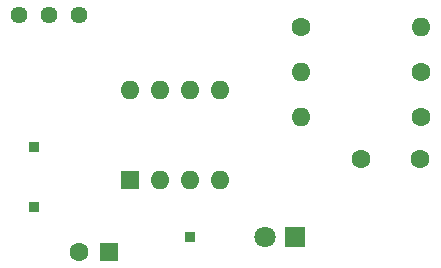
<source format=gbr>
%TF.GenerationSoftware,KiCad,Pcbnew,(5.1.6)-1*%
%TF.CreationDate,2020-09-25T13:44:17-07:00*%
%TF.ProjectId,555Timer,35353554-696d-4657-922e-6b696361645f,rev?*%
%TF.SameCoordinates,Original*%
%TF.FileFunction,Copper,L1,Top*%
%TF.FilePolarity,Positive*%
%FSLAX46Y46*%
G04 Gerber Fmt 4.6, Leading zero omitted, Abs format (unit mm)*
G04 Created by KiCad (PCBNEW (5.1.6)-1) date 2020-09-25 13:44:17*
%MOMM*%
%LPD*%
G01*
G04 APERTURE LIST*
%TA.AperFunction,ComponentPad*%
%ADD10C,1.600000*%
%TD*%
%TA.AperFunction,ComponentPad*%
%ADD11O,1.600000X1.600000*%
%TD*%
%TA.AperFunction,ComponentPad*%
%ADD12R,1.600000X1.600000*%
%TD*%
%TA.AperFunction,ComponentPad*%
%ADD13R,1.800000X1.800000*%
%TD*%
%TA.AperFunction,ComponentPad*%
%ADD14C,1.800000*%
%TD*%
%TA.AperFunction,ComponentPad*%
%ADD15R,0.850000X0.850000*%
%TD*%
%TA.AperFunction,ComponentPad*%
%ADD16C,1.440000*%
%TD*%
G04 APERTURE END LIST*
D10*
%TO.P,R2,1*%
%TO.N,Net-(R2-Pad1)*%
X144526000Y-69596000D03*
D11*
%TO.P,R2,2*%
%TO.N,Net-(R2-Pad2)*%
X154686000Y-69596000D03*
%TD*%
D12*
%TO.P,C1,1*%
%TO.N,Net-(C1-Pad1)*%
X128270000Y-88646000D03*
D10*
%TO.P,C1,2*%
%TO.N,GND*%
X125770000Y-88646000D03*
%TD*%
%TO.P,C2,1*%
%TO.N,Net-(C2-Pad1)*%
X149606000Y-80772000D03*
%TO.P,C2,2*%
%TO.N,GND*%
X154606000Y-80772000D03*
%TD*%
D13*
%TO.P,D1,1*%
%TO.N,Net-(D1-Pad1)*%
X144018000Y-87376000D03*
D14*
%TO.P,D1,2*%
%TO.N,Net-(D1-Pad2)*%
X141478000Y-87376000D03*
%TD*%
D15*
%TO.P,J1,1*%
%TO.N,Net-(D1-Pad2)*%
X135128000Y-87376000D03*
%TD*%
D11*
%TO.P,R3,2*%
%TO.N,Net-(R2-Pad2)*%
X144526000Y-73406000D03*
D10*
%TO.P,R3,1*%
%TO.N,+5V*%
X154686000Y-73406000D03*
%TD*%
D16*
%TO.P,RV1,3*%
%TO.N,Net-(RV1-Pad3)*%
X120650000Y-68580000D03*
%TO.P,RV1,2*%
%TO.N,Net-(R2-Pad1)*%
X123190000Y-68580000D03*
%TO.P,RV1,1*%
%TO.N,Net-(C1-Pad1)*%
X125730000Y-68580000D03*
%TD*%
D12*
%TO.P,U1,1*%
%TO.N,GND*%
X130048000Y-82550000D03*
D11*
%TO.P,U1,5*%
%TO.N,Net-(C2-Pad1)*%
X137668000Y-74930000D03*
%TO.P,U1,2*%
%TO.N,Net-(C1-Pad1)*%
X132588000Y-82550000D03*
%TO.P,U1,6*%
X135128000Y-74930000D03*
%TO.P,U1,3*%
%TO.N,Net-(D1-Pad2)*%
X135128000Y-82550000D03*
%TO.P,U1,7*%
%TO.N,Net-(R2-Pad2)*%
X132588000Y-74930000D03*
%TO.P,U1,4*%
%TO.N,+5V*%
X137668000Y-82550000D03*
%TO.P,U1,8*%
X130048000Y-74930000D03*
%TD*%
D15*
%TO.P,J2,1*%
%TO.N,GND*%
X121920000Y-84836000D03*
%TD*%
%TO.P,J3,1*%
%TO.N,+5V*%
X121920000Y-79756000D03*
%TD*%
D10*
%TO.P,R1,1*%
%TO.N,GND*%
X154686000Y-77216000D03*
D11*
%TO.P,R1,2*%
%TO.N,Net-(D1-Pad1)*%
X144526000Y-77216000D03*
%TD*%
M02*

</source>
